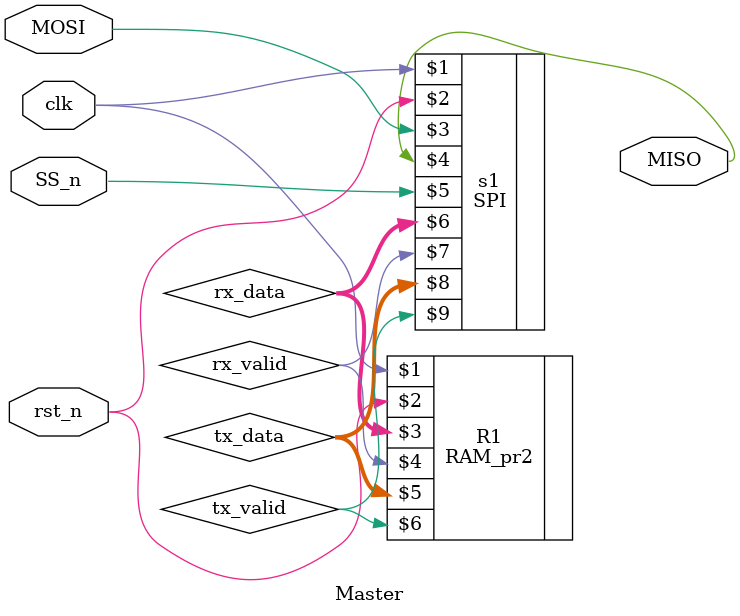
<source format=v>
module Master(SS_n,MOSI,MISO,clk,rst_n);
input MOSI,SS_n,clk,rst_n;
 output MISO;
 wire rx_valid;
wire [9:0] rx_data;
wire [7:0] tx_data;
wire tx_valid;
 SPI   s1 (clk,rst_n,MOSI,MISO,SS_n,rx_data,rx_valid,tx_data,tx_valid);
RAM_pr2  R1(clk,rst_n,rx_data,rx_valid,tx_data,tx_valid);
endmodule

</source>
